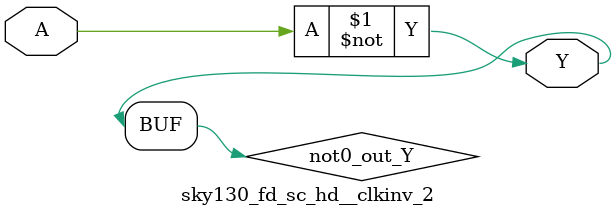
<source format=v>
/*
 * Copyright 2020 The SkyWater PDK Authors
 *
 * Licensed under the Apache License, Version 2.0 (the "License");
 * you may not use this file except in compliance with the License.
 * You may obtain a copy of the License at
 *
 *     https://www.apache.org/licenses/LICENSE-2.0
 *
 * Unless required by applicable law or agreed to in writing, software
 * distributed under the License is distributed on an "AS IS" BASIS,
 * WITHOUT WARRANTIES OR CONDITIONS OF ANY KIND, either express or implied.
 * See the License for the specific language governing permissions and
 * limitations under the License.
 *
 * SPDX-License-Identifier: Apache-2.0
*/


`ifndef SKY130_FD_SC_HD__CLKINV_2_FUNCTIONAL_V
`define SKY130_FD_SC_HD__CLKINV_2_FUNCTIONAL_V

/**
 * clkinv: Clock tree inverter.
 *
 * Verilog simulation functional model.
 */

`timescale 1ns / 1ps
`default_nettype none

`celldefine
module sky130_fd_sc_hd__clkinv_2 (
    Y,
    A
);

    // Module ports
    output Y;
    input  A;

    // Local signals
    wire not0_out_Y;

    //  Name  Output      Other arguments
    not not0 (not0_out_Y, A              );
    buf buf0 (Y         , not0_out_Y     );

endmodule
`endcelldefine

`default_nettype wire
`endif  // SKY130_FD_SC_HD__CLKINV_2_FUNCTIONAL_V

</source>
